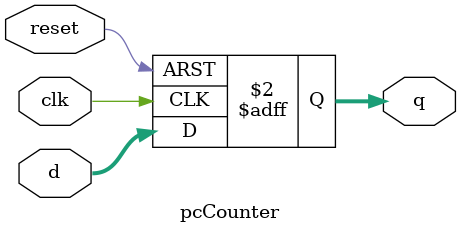
<source format=sv>
module pcCounter #(parameter n=32) 
						(input logic clk, reset,
						input logic [n-1:0] d,
						output logic [n-1:0] q);
		
	always_ff @(posedge clk, posedge reset)
		if (reset) 
			q <= 0;
		else
			q <= d;
				
endmodule
</source>
